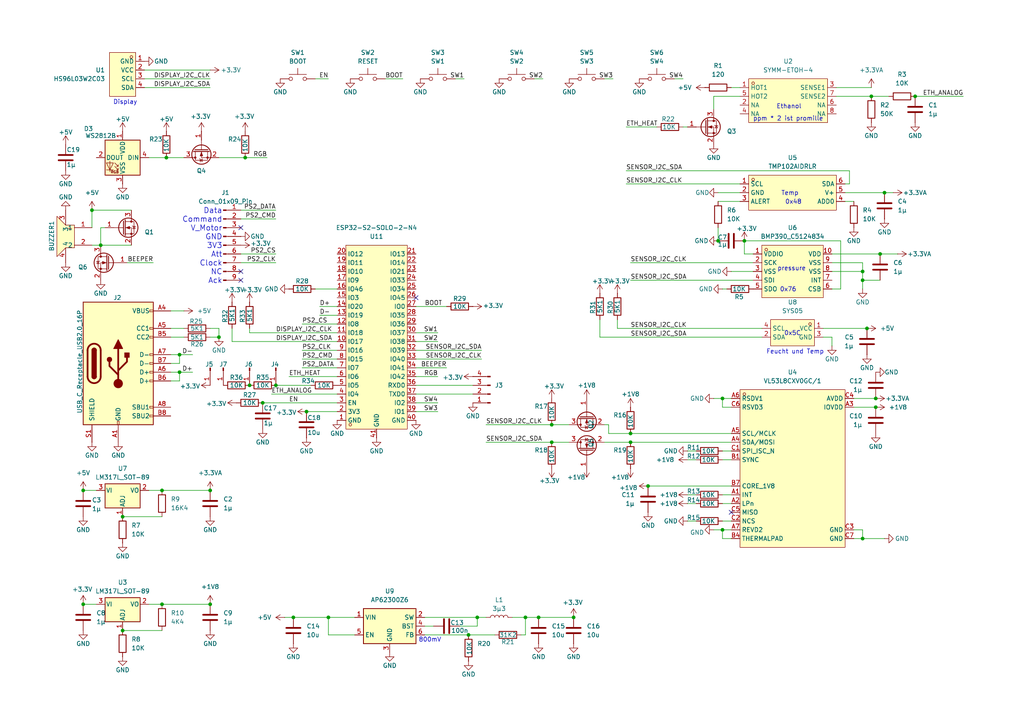
<source format=kicad_sch>
(kicad_sch (version 20250114) (generator "eeschema") (generator_version "9.0")
  (paper "A4")
  (text "Feucht und Temp" (at 230.632 102.108 0) (effects (font (size 1.27 1.27))))
  (text "Data\nCommand\nV_Motor\nGND\n3V3\nAtt\nClock\nNC\nAck" (at 64.516 71.374 0) (effects (font (size 1.5748 1.5748)) (justify right)))
  (text "Display" (at 36.322 29.718 0) (effects (font (size 1.27 1.27))))
  (text "800mV" (at 124.714 185.674 0) (effects (font (size 1.27 1.27))))
  (text "0x76" (at 228.6 84.074 0) (effects (font (size 1.27 1.27))))
  (text "Ethanol" (at 228.854 30.988 0) (effects (font (size 1.27 1.27))))
  (text "pressure" (at 229.616 77.978 0) (effects (font (size 1.27 1.27))))
  (text "Temp" (at 229.108 56.134 0) (effects (font (size 1.27 1.27))))
  (text "0x48" (at 230.124 58.674 0) (effects (font (size 1.27 1.27))))
  (text "0x5C" (at 229.87 96.774 0) (effects (font (size 1.27 1.27))))
  (text "ppm * 2 ist promille" (at 228.6 34.544 0) (effects (font (size 1.27 1.27))))
  (junction (at 166.37 179.07))
  (junction (at 182.88 128.27))
  (junction (at 215.9 69.85))
  (junction (at 250.19 81.28))
  (junction (at 60.96 175.26))
  (junction (at 46.99 142.24))
  (junction (at 52.07 102.87))
  (junction (at 209.55 115.57))
  (junction (at 135.89 184.15))
  (junction (at 265.43 27.94))
  (junction (at 208.28 69.85))
  (junction (at 256.54 55.88))
  (junction (at 88.9 119.38))
  (junction (at 187.96 140.97))
  (junction (at 250.19 156.21))
  (junction (at 152.4 179.07))
  (junction (at 255.27 73.66))
  (junction (at 95.25 179.07))
  (junction (at 72.39 111.76))
  (junction (at 156.21 179.07))
  (junction (at 76.2 116.84))
  (junction (at 80.01 111.76))
  (junction (at 35.56 149.86))
  (junction (at 60.96 142.24))
  (junction (at 252.73 27.94))
  (junction (at 251.46 95.25))
  (junction (at 254 115.57))
  (junction (at 46.99 175.26))
  (junction (at 48.26 45.72))
  (junction (at 250.19 78.74))
  (junction (at 63.5 97.79))
  (junction (at 29.21 71.12))
  (junction (at 24.13 142.24))
  (junction (at 182.88 125.73))
  (junction (at 160.02 128.27))
  (junction (at 85.09 179.07))
  (junction (at 26.67 60.96))
  (junction (at 71.12 45.72))
  (junction (at 254 118.11))
  (junction (at 160.02 123.19))
  (junction (at 24.13 175.26))
  (junction (at 35.56 182.88))
  (junction (at 138.43 179.07))
  (junction (at 52.07 107.95))
  (junction (at 209.55 153.67))
  (no_connect (at 69.85 66.04))
  (no_connect (at 120.65 86.36))
  (no_connect (at 69.85 78.74))
  (no_connect (at 69.85 81.28))
  (no_connect (at 212.09 148.59))
  (wire (pts (xy 241.3 97.79) (xy 241.3 100.33)))
  (wire (pts (xy 209.55 151.13) (xy 212.09 151.13)))
  (wire (pts (xy 254 118.11) (xy 247.65 118.11)))
  (wire (pts (xy 181.61 36.83) (xy 190.5 36.83)))
  (wire (pts (xy 76.2 116.84) (xy 97.79 116.84)))
  (wire (pts (xy 209.55 153.67) (xy 209.55 156.21)))
  (wire (pts (xy 102.87 184.15) (xy 95.25 184.15)))
  (wire (pts (xy 209.55 130.81) (xy 212.09 130.81)))
  (wire (pts (xy 201.93 130.81) (xy 199.39 130.81)))
  (wire (pts (xy 49.53 95.25) (xy 53.34 95.25)))
  (wire (pts (xy 71.12 45.72) (xy 63.5 45.72)))
  (wire (pts (xy 52.07 107.95) (xy 49.53 107.95)))
  (wire (pts (xy 139.7 101.6) (xy 120.65 101.6)))
  (wire (pts (xy 255.27 73.66) (xy 241.3 73.66)))
  (wire (pts (xy 256.54 156.21) (xy 250.19 156.21)))
  (wire (pts (xy 199.39 133.35) (xy 201.93 133.35)))
  (wire (pts (xy 43.18 142.24) (xy 46.99 142.24)))
  (wire (pts (xy 241.3 76.2) (xy 250.19 76.2)))
  (wire (pts (xy 127 99.06) (xy 120.65 99.06)))
  (wire (pts (xy 173.99 92.71) (xy 173.99 97.79)))
  (wire (pts (xy 43.18 45.72) (xy 48.26 45.72)))
  (wire (pts (xy 133.35 181.61) (xy 138.43 181.61)))
  (wire (pts (xy 72.39 95.25) (xy 72.39 96.52)))
  (wire (pts (xy 250.19 78.74) (xy 250.19 81.28)))
  (wire (pts (xy 148.59 179.07) (xy 152.4 179.07)))
  (wire (pts (xy 209.55 133.35) (xy 212.09 133.35)))
  (wire (pts (xy 24.13 142.24) (xy 27.94 142.24)))
  (wire (pts (xy 207.01 27.94) (xy 214.63 27.94)))
  (wire (pts (xy 209.55 156.21) (xy 212.09 156.21)))
  (wire (pts (xy 48.26 45.72) (xy 53.34 45.72)))
  (wire (pts (xy 215.9 73.66) (xy 218.44 73.66)))
  (wire (pts (xy 212.09 78.74) (xy 218.44 78.74)))
  (wire (pts (xy 60.96 95.25) (xy 63.5 95.25)))
  (wire (pts (xy 242.57 25.4) (xy 252.73 25.4)))
  (wire (pts (xy 43.18 175.26) (xy 46.99 175.26)))
  (wire (pts (xy 60.96 22.86) (xy 41.91 22.86)))
  (wire (pts (xy 246.38 49.53) (xy 246.38 53.34)))
  (wire (pts (xy 88.9 119.38) (xy 97.79 119.38)))
  (wire (pts (xy 247.65 58.42) (xy 245.11 58.42)))
  (wire (pts (xy 241.3 97.79) (xy 238.76 97.79)))
  (wire (pts (xy 176.53 125.73) (xy 182.88 125.73)))
  (wire (pts (xy 49.53 105.41) (xy 52.07 105.41)))
  (wire (pts (xy 63.5 95.25) (xy 63.5 97.79)))
  (wire (pts (xy 247.65 153.67) (xy 250.19 153.67)))
  (wire (pts (xy 53.34 90.17) (xy 49.53 90.17)))
  (wire (pts (xy 120.65 114.3) (xy 137.16 114.3)))
  (wire (pts (xy 152.4 179.07) (xy 156.21 179.07)))
  (wire (pts (xy 179.07 92.71) (xy 179.07 95.25)))
  (wire (pts (xy 80.01 73.66) (xy 69.85 73.66)))
  (wire (pts (xy 83.82 109.22) (xy 97.79 109.22)))
  (wire (pts (xy 111.76 22.86) (xy 116.84 22.86)))
  (wire (pts (xy 92.71 88.9) (xy 97.79 88.9)))
  (wire (pts (xy 209.55 118.11) (xy 212.09 118.11)))
  (wire (pts (xy 152.4 184.15) (xy 152.4 179.07)))
  (wire (pts (xy 177.8 22.86) (xy 175.26 22.86)))
  (wire (pts (xy 52.07 107.95) (xy 52.07 110.49)))
  (wire (pts (xy 209.55 115.57) (xy 209.55 118.11)))
  (wire (pts (xy 260.35 73.66) (xy 255.27 73.66)))
  (wire (pts (xy 259.08 55.88) (xy 256.54 55.88)))
  (wire (pts (xy 201.93 151.13) (xy 199.39 151.13)))
  (wire (pts (xy 55.88 107.95) (xy 52.07 107.95)))
  (wire (pts (xy 212.09 25.4) (xy 214.63 25.4)))
  (wire (pts (xy 160.02 123.19) (xy 165.1 123.19)))
  (wire (pts (xy 241.3 78.74) (xy 250.19 78.74)))
  (wire (pts (xy 175.26 128.27) (xy 182.88 128.27)))
  (wire (pts (xy 179.07 95.25) (xy 220.98 95.25)))
  (wire (pts (xy 120.65 106.68) (xy 129.54 106.68)))
  (wire (pts (xy 209.55 143.51) (xy 212.09 143.51)))
  (wire (pts (xy 30.48 66.04) (xy 29.21 66.04)))
  (wire (pts (xy 49.53 110.49) (xy 52.07 110.49)))
  (wire (pts (xy 60.96 97.79) (xy 63.5 97.79)))
  (wire (pts (xy 151.13 184.15) (xy 152.4 184.15)))
  (wire (pts (xy 156.21 179.07) (xy 166.37 179.07)))
  (wire (pts (xy 55.88 102.87) (xy 52.07 102.87)))
  (wire (pts (xy 160.02 128.27) (xy 165.1 128.27)))
  (wire (pts (xy 181.61 53.34) (xy 214.63 53.34)))
  (wire (pts (xy 36.83 76.2) (xy 44.45 76.2)))
  (wire (pts (xy 24.13 175.26) (xy 27.94 175.26)))
  (wire (pts (xy 72.39 96.52) (xy 97.79 96.52)))
  (wire (pts (xy 69.85 60.96) (xy 80.01 60.96)))
  (wire (pts (xy 29.21 66.04) (xy 29.21 71.12)))
  (wire (pts (xy 182.88 81.28) (xy 218.44 81.28)))
  (wire (pts (xy 207.01 115.57) (xy 209.55 115.57)))
  (wire (pts (xy 241.3 83.82) (xy 243.84 83.82)))
  (wire (pts (xy 67.31 95.25) (xy 67.31 99.06)))
  (wire (pts (xy 127 119.38) (xy 120.65 119.38)))
  (wire (pts (xy 207.01 27.94) (xy 207.01 31.75)))
  (wire (pts (xy 187.96 140.97) (xy 212.09 140.97)))
  (wire (pts (xy 209.55 115.57) (xy 212.09 115.57)))
  (wire (pts (xy 176.53 123.19) (xy 176.53 125.73)))
  (wire (pts (xy 41.91 25.4) (xy 60.96 25.4)))
  (wire (pts (xy 127 116.84) (xy 120.65 116.84)))
  (wire (pts (xy 250.19 153.67) (xy 250.19 156.21)))
  (wire (pts (xy 35.56 149.86) (xy 46.99 149.86)))
  (wire (pts (xy 127 96.52) (xy 120.65 96.52)))
  (wire (pts (xy 67.31 99.06) (xy 97.79 99.06)))
  (wire (pts (xy 95.25 179.07) (xy 102.87 179.07)))
  (wire (pts (xy 138.43 179.07) (xy 140.97 179.07)))
  (wire (pts (xy 207.01 153.67) (xy 209.55 153.67)))
  (wire (pts (xy 80.01 63.5) (xy 69.85 63.5)))
  (wire (pts (xy 120.65 111.76) (xy 137.16 111.76)))
  (wire (pts (xy 209.55 146.05) (xy 212.09 146.05)))
  (wire (pts (xy 215.9 69.85) (xy 243.84 69.85)))
  (wire (pts (xy 245.11 53.34) (xy 246.38 53.34)))
  (wire (pts (xy 139.7 104.14) (xy 120.65 104.14)))
  (wire (pts (xy 91.44 22.86) (xy 95.25 22.86)))
  (wire (pts (xy 85.09 179.07) (xy 95.25 179.07)))
  (wire (pts (xy 29.21 71.12) (xy 38.1 71.12)))
  (wire (pts (xy 26.67 60.96) (xy 26.67 66.04)))
  (wire (pts (xy 182.88 125.73) (xy 212.09 125.73)))
  (wire (pts (xy 78.74 114.3) (xy 97.79 114.3)))
  (wire (pts (xy 140.97 128.27) (xy 160.02 128.27)))
  (wire (pts (xy 29.21 71.12) (xy 26.67 71.12)))
  (wire (pts (xy 140.97 123.19) (xy 160.02 123.19)))
  (wire (pts (xy 127 109.22) (xy 120.65 109.22)))
  (wire (pts (xy 138.43 179.07) (xy 138.43 181.61)))
  (wire (pts (xy 215.9 69.85) (xy 215.9 73.66)))
  (wire (pts (xy 49.53 97.79) (xy 53.34 97.79)))
  (wire (pts (xy 134.62 22.86) (xy 132.08 22.86)))
  (wire (pts (xy 91.44 83.82) (xy 97.79 83.82)))
  (wire (pts (xy 243.84 69.85) (xy 243.84 83.82)))
  (wire (pts (xy 252.73 27.94) (xy 257.81 27.94)))
  (wire (pts (xy 125.73 181.61) (xy 123.19 181.61)))
  (wire (pts (xy 242.57 27.94) (xy 252.73 27.94)))
  (wire (pts (xy 157.48 22.86) (xy 154.94 22.86)))
  (wire (pts (xy 210.82 83.82) (xy 209.55 83.82)))
  (wire (pts (xy 135.89 184.15) (xy 123.19 184.15)))
  (wire (pts (xy 208.28 66.04) (xy 208.28 69.85)))
  (wire (pts (xy 82.55 179.07) (xy 85.09 179.07)))
  (wire (pts (xy 87.63 106.68) (xy 97.79 106.68)))
  (wire (pts (xy 87.63 101.6) (xy 97.79 101.6)))
  (wire (pts (xy 198.12 22.86) (xy 195.58 22.86)))
  (wire (pts (xy 181.61 49.53) (xy 246.38 49.53)))
  (wire (pts (xy 92.71 91.44) (xy 97.79 91.44)))
  (wire (pts (xy 120.65 88.9) (xy 129.54 88.9)))
  (wire (pts (xy 175.26 123.19) (xy 176.53 123.19)))
  (wire (pts (xy 52.07 102.87) (xy 52.07 105.41)))
  (wire (pts (xy 80.01 111.76) (xy 90.17 111.76)))
  (wire (pts (xy 35.56 182.88) (xy 46.99 182.88)))
  (wire (pts (xy 52.07 102.87) (xy 49.53 102.87)))
  (wire (pts (xy 173.99 97.79) (xy 220.98 97.79)))
  (wire (pts (xy 254 115.57) (xy 247.65 115.57)))
  (wire (pts (xy 250.19 81.28) (xy 255.27 81.28)))
  (wire (pts (xy 26.67 60.96) (xy 38.1 60.96)))
  (wire (pts (xy 87.63 104.14) (xy 97.79 104.14)))
  (wire (pts (xy 46.99 175.26) (xy 60.96 175.26)))
  (wire (pts (xy 87.63 93.98) (xy 97.79 93.98)))
  (wire (pts (xy 80.01 76.2) (xy 69.85 76.2)))
  (wire (pts (xy 279.4 27.94) (xy 265.43 27.94)))
  (wire (pts (xy 182.88 76.2) (xy 218.44 76.2)))
  (wire (pts (xy 199.39 146.05) (xy 201.93 146.05)))
  (wire (pts (xy 199.39 143.51) (xy 201.93 143.51)))
  (wire (pts (xy 60.96 20.32) (xy 41.91 20.32)))
  (wire (pts (xy 208.28 58.42) (xy 214.63 58.42)))
  (wire (pts (xy 250.19 81.28) (xy 250.19 83.82)))
  (wire (pts (xy 250.19 76.2) (xy 250.19 78.74)))
  (wire (pts (xy 60.96 142.24) (xy 46.99 142.24)))
  (wire (pts (xy 198.12 36.83) (xy 199.39 36.83)))
  (wire (pts (xy 245.11 55.88) (xy 256.54 55.88)))
  (wire (pts (xy 251.46 95.25) (xy 238.76 95.25)))
  (wire (pts (xy 95.25 184.15) (xy 95.25 179.07)))
  (wire (pts (xy 77.47 45.72) (xy 71.12 45.72)))
  (wire (pts (xy 135.89 184.15) (xy 143.51 184.15)))
  (wire (pts (xy 182.88 128.27) (xy 212.09 128.27)))
  (wire (pts (xy 209.55 153.67) (xy 212.09 153.67)))
  (wire (pts (xy 208.28 55.88) (xy 214.63 55.88)))
  (wire (pts (xy 123.19 179.07) (xy 138.43 179.07)))
  (wire (pts (xy 250.19 156.21) (xy 247.65 156.21)))
  (label "PS2_CS" (at 87.63 93.98 0))
  (label "DISPLAY_I2C_CLK" (at 80.01 96.52 0))
  (label "SENSOR_I2C_CLK" (at 140.97 123.19 0))
  (label "BEEPER" (at 129.54 106.68 180))
  (label "DISPLAY_I2C_SDA" (at 80.01 99.06 0))
  (label "SENSOR_I2C_CLK" (at 182.88 95.25 0))
  (label "D+" (at 92.71 88.9 0))
  (label "D-" (at 55.88 102.87 180))
  (label "EN" (at 95.25 22.86 180))
  (label "ETH_HEAT" (at 83.82 109.22 0))
  (label "BOOT" (at 116.84 22.86 180))
  (label "SW3" (at 127 119.38 180))
  (label "ETH_HEAT" (at 181.61 36.83 0))
  (label "SW4" (at 198.12 22.86 180))
  (label "SW2" (at 157.48 22.86 180))
  (label "SW2" (at 127 99.06 180))
  (label "SENSOR_I2C_SDA" (at 182.88 81.28 0))
  (label "SENSOR_I2C_CLK" (at 182.88 76.2 0))
  (label "DISPLAY_I2C_SDA" (at 60.96 25.4 180))
  (label "PS2_CMD" (at 87.63 104.14 0))
  (label "PS2_CMD" (at 80.01 63.5 180))
  (label "D-" (at 92.71 91.44 0))
  (label "PS2_DATA" (at 80.01 60.96 180))
  (label "SENSOR_I2C_SDA" (at 139.7 101.6 180))
  (label "SW4" (at 127 116.84 180))
  (label "DISPLAY_I2C_CLK" (at 60.96 22.86 180))
  (label "PS2_CLK" (at 80.01 76.2 180))
  (label "BOOT" (at 128.27 88.9 180))
  (label "D+" (at 55.88 107.95 180))
  (label "PS2_DATA" (at 87.63 106.68 0))
  (label "ETH_ANALOG" (at 78.74 114.3 0))
  (label "PS2_CLK" (at 87.63 101.6 0))
  (label "RGB" (at 77.47 45.72 180))
  (label "SW3" (at 177.8 22.86 180))
  (label "SW1" (at 127 96.52 180))
  (label "SENSOR_I2C_CLK" (at 139.7 104.14 180))
  (label "SENSOR_I2C_SDA" (at 140.97 128.27 0))
  (label "BEEPER" (at 44.45 76.2 180))
  (label "SW1" (at 134.62 22.86 180))
  (label "SENSOR_I2C_SDA" (at 181.61 49.53 0))
  (label "SENSOR_I2C_CLK" (at 181.61 53.34 0))
  (label "SENSOR_I2C_SDA" (at 182.88 97.79 0))
  (label "EN" (at 83.82 116.84 0))
  (label "PS2_CS" (at 80.01 73.66 180))
  (label "ETH_ANALOG" (at 279.4 27.94 180))
  (label "RGB" (at 127 109.22 180))
  (symbol (lib_id "Device:C") (at 212.09 69.85 90) (unit 1)
    (property "Reference" "C7" (at 209.55 68.834 90))
    (property "Value" "1µ" (at 209.55 70.866 90))
    (property "Footprint" "Capacitor_SMD:C_0603_1608Metric" (effects (hide yes)))
    (property "Description" "Unpolarized capacitor" (effects (hide yes)))
    (property "LCSC Part" "C6119849" (effects (hide yes)))
  )
  (symbol (lib_id "power:+1V8") (at 60.96 175.26 0) (unit 1)
    (property "Reference" "#PWR026" (effects (hide yes)))
    (property "Value" "+1V8" (at 60.96 170.18 0))
    (property "Description" "Power symbol creates a global label with name \"+1V8\"" (effects (hide yes)))
  )
  (symbol (lib_id "power:+5V") (at 26.67 60.96 0) (unit 1)
    (property "Reference" "#PWR053" (effects (hide yes)))
    (property "Value" "+5V" (at 26.67 55.88 0))
    (property "Description" "Power symbol creates a global label with name \"+5V\"" (effects (hide yes)))
  )
  (symbol (lib_id "Device:L") (at 144.78 179.07 90) (unit 1)
    (property "Reference" "L1" (at 144.78 173.99 90))
    (property "Value" "3µ3" (at 144.78 176.53 90))
    (property "Footprint" "Inductor_SMD:L_1210_3225Metric" (effects (hide yes)))
    (property "Description" "Inductor" (effects (hide yes)))
    (property "LCSC Part" "C39846655" (effects (hide yes)))
  )
  (symbol (lib_id "power:GND") (at 76.2 124.46 0) (unit 1)
    (property "Reference" "#PWR071" (effects (hide yes)))
    (property "Value" "GND" (at 76.2 128.27 0))
    (property "Description" "Power symbol creates a global label with name \"GND\" , ground" (effects (hide yes)))
  )
  (symbol (lib_id "power:+1V8") (at 254 118.11 270) (unit 1)
    (property "Reference" "#PWR030" (effects (hide yes)))
    (property "Value" "+1V8" (at 257.81 118.1099 90) (effects (justify left)))
    (property "Description" "Power symbol creates a global label with name \"+1V8\"" (effects (hide yes)))
  )
  (symbol (lib_id "Transistor_FET_Other:Q_NMOS_Depletion_GSD") (at 31.75 76.2 0) (mirror y) (unit 1)
    (property "Reference" "Q6" (at 25.4 77.4701 0) (effects (justify left)))
    (property "Value" "Q_NMOS_Depletion_GSD" (effects (hide yes)))
    (property "Footprint" "Package_TO_SOT_SMD:SOT-23-3" (effects (hide yes)))
    (property "Description" "Depletion-mode N-channel MOSFET gate/source/drain" (effects (hide yes)))
    (property "LCSC Part" "C347475" (effects (hide yes)))
  )
  (symbol (lib_id "Regulator_Linear:LM317L_SOT-89") (at 35.56 175.26 0) (unit 1)
    (property "Reference" "U3" (at 35.56 168.91 0))
    (property "Value" "LM317L_SOT-89" (at 35.56 171.45 0))
    (property "Footprint" "Package_TO_SOT_SMD:SOT-89-3" (effects (hide yes)))
    (property "Datasheet" "http://www.ti.com/lit/ds/symlink/lm317l.pdf" (effects (hide yes)))
    (property "Description" "100mA 35V Adjustable Linear Regulator, SOT-89" (effects (hide yes)))
    (property "LCSC Part" "C45953613" (effects (hide yes)))
  )
  (symbol (lib_id "Device:R") (at 35.56 153.67 180) (unit 1)
    (property "Reference" "R7" (at 38.1 152.3999 0) (effects (justify right)))
    (property "Value" "10K" (at 38.1 154.9399 0) (effects (justify right)))
    (property "Footprint" "Resistor_SMD:R_0402_1005Metric" (effects (hide yes)))
    (property "Description" "Resistor" (effects (hide yes)))
    (property "LCSC Part" "C3017497" (effects (hide yes)))
  )
  (symbol (lib_id "power:+3.3VA") (at 72.39 87.63 0) (unit 1)
    (property "Reference" "#PWR095" (effects (hide yes)))
    (property "Value" "+3.3V" (at 70.104 84.074 0) (effects (justify left)))
    (property "Description" "Power symbol creates a global label with name \"+3.3VA\"" (effects (hide yes)))
  )
  (symbol (lib_id "power:GND") (at 26.67 128.27 0) (unit 1)
    (property "Reference" "#PWR054" (effects (hide yes)))
    (property "Value" "GND" (at 26.67 132.08 0))
    (property "Description" "Power symbol creates a global label with name \"GND\" , ground" (effects (hide yes)))
  )
  (symbol (lib_id "Device:R") (at 194.31 36.83 270) (unit 1)
    (property "Reference" "R22" (at 193.802 34.544 90))
    (property "Value" "10K" (at 194.056 36.83 90))
    (property "Footprint" "Resistor_SMD:R_0402_1005Metric" (effects (hide yes)))
    (property "Description" "Resistor" (effects (hide yes)))
    (property "LCSC Part" "C3017497" (effects (hide yes)))
  )
  (symbol (lib_id "power:GND") (at 121.92 22.86 0) (mirror y) (unit 1)
    (property "Reference" "#PWR083" (effects (hide yes)))
    (property "Value" "GND" (at 121.92 26.67 0))
    (property "Description" "Power symbol creates a global label with name \"GND\" , ground" (effects (hide yes)))
  )
  (symbol (lib_id "power:+3.3VA") (at 173.99 85.09 0) (unit 1)
    (property "Reference" "#PWR092" (effects (hide yes)))
    (property "Value" "+3.3V" (at 171.704 81.534 0) (effects (justify left)))
    (property "Description" "Power symbol creates a global label with name \"+3.3VA\"" (effects (hide yes)))
  )
  (symbol (lib_id "power:GND") (at 24.13 182.88 0) (unit 1)
    (property "Reference" "#PWR025" (effects (hide yes)))
    (property "Value" "GND" (at 24.13 186.69 0))
    (property "Description" "Power symbol creates a global label with name \"GND\" , ground" (effects (hide yes)))
  )
  (symbol (lib_id "EASYEDA2KICAD:SYS05") (at 229.87 96.52 0) (mirror y) (unit 1)
    (property "Reference" "U8" (at 229.87 87.63 0))
    (property "Value" "SYS05" (at 229.87 90.17 0))
    (property "Footprint" "easyeda2kicad:SIP-4_L12.0-W5.5-P2.54-L" (effects (hide yes)))
    (property "LCSC Part" "C19727297" (effects (hide yes)))
  )
  (symbol (lib_id "power:+1V8") (at 182.88 135.89 180) (unit 1)
    (property "Reference" "#PWR045" (effects (hide yes)))
    (property "Value" "+1V8" (at 179.832 138.43 0))
    (property "Description" "Power symbol creates a global label with name \"+1V8\"" (effects (hide yes)))
  )
  (symbol (lib_id "power:GND") (at 254 107.95 90) (mirror x) (unit 1)
    (property "Reference" "#PWR043" (effects (hide yes)))
    (property "Value" "GND" (at 258.572 107.95 90))
    (property "Description" "Power symbol creates a global label with name \"GND\" , ground" (effects (hide yes)))
  )
  (symbol (lib_id "Device:R") (at 35.56 186.69 180) (unit 1)
    (property "Reference" "R8" (at 38.1 185.4199 0) (effects (justify right)))
    (property "Value" "10K" (at 38.1 187.9599 0) (effects (justify right)))
    (property "Footprint" "Resistor_SMD:R_0402_1005Metric" (effects (hide yes)))
    (property "Description" "Resistor" (effects (hide yes)))
    (property "LCSC Part" "C3017497" (effects (hide yes)))
  )
  (symbol (lib_id "Device:R") (at 46.99 146.05 180) (unit 1)
    (property "Reference" "R9" (at 49.53 144.7799 0) (effects (justify right)))
    (property "Value" "16K4" (at 49.53 147.3199 0) (effects (justify right)))
    (property "Footprint" "Resistor_SMD:R_0402_1005Metric" (effects (hide yes)))
    (property "Description" "Resistor" (effects (hide yes)))
    (property "LCSC Part" "C852558" (effects (hide yes)))
  )
  (symbol (lib_id "Device:R") (at 72.39 91.44 180) (unit 1)
    (property "Reference" "R33" (at 70.358 91.694 90))
    (property "Value" "5K1" (at 72.39 91.44 90))
    (property "Footprint" "Resistor_SMD:R_0402_1005Metric" (effects (hide yes)))
    (property "Description" "Resistor" (effects (hide yes)))
    (property "LCSC Part" "C2906948" (effects (hide yes)))
  )
  (symbol (lib_id "power:+5V") (at 53.34 90.17 270) (unit 1)
    (property "Reference" "#PWR064" (effects (hide yes)))
    (property "Value" "+5V" (at 57.15 90.1699 90) (effects (justify left)))
    (property "Description" "Power symbol creates a global label with name \"+5V\"" (effects (hide yes)))
  )
  (symbol (lib_id "Device:R") (at 205.74 143.51 90) (unit 1)
    (property "Reference" "R13" (at 201.168 142.494 90))
    (property "Value" "10K" (at 205.486 143.51 90))
    (property "Footprint" "Resistor_SMD:R_0402_1005Metric" (effects (hide yes)))
    (property "Description" "Resistor" (effects (hide yes)))
    (property "LCSC Part" "C3017497" (effects (hide yes)))
  )
  (symbol (lib_id "Device:C") (at 60.96 146.05 0) (unit 1)
    (property "Reference" "C2" (at 64.77 144.7799 0) (effects (justify left)))
    (property "Value" "1µ" (at 64.77 147.3199 0) (effects (justify left)))
    (property "Footprint" "Capacitor_SMD:C_0603_1608Metric" (effects (hide yes)))
    (property "Description" "Unpolarized capacitor" (effects (hide yes)))
    (property "LCSC Part" "C6119849" (effects (hide yes)))
  )
  (symbol (lib_id "Device:R") (at 72.39 116.84 270) (unit 1)
    (property "Reference" "R27" (at 72.39 114.554 90))
    (property "Value" "10K" (at 72.39 116.84 90))
    (property "Footprint" "Resistor_SMD:R_0402_1005Metric" (effects (hide yes)))
    (property "Description" "Resistor" (effects (hide yes)))
    (property "LCSC Part" "C3017497" (effects (hide yes)))
  )
  (symbol (lib_id "power:GND") (at 60.96 149.86 0) (unit 1)
    (property "Reference" "#PWR010" (effects (hide yes)))
    (property "Value" "GND" (at 60.96 153.67 0))
    (property "Description" "Power symbol creates a global label with name \"GND\" , ground" (effects (hide yes)))
  )
  (symbol (lib_id "power:GND") (at 120.65 121.92 0) (unit 1)
    (property "Reference" "#PWR080" (effects (hide yes)))
    (property "Value" "GND" (at 120.65 125.73 0))
    (property "Description" "Power symbol creates a global label with name \"GND\" , ground" (effects (hide yes)))
  )
  (symbol (lib_id "power:GND") (at 207.01 115.57 270) (unit 1)
    (property "Reference" "#PWR033" (effects (hide yes)))
    (property "Value" "GND" (at 202.184 115.57 90))
    (property "Description" "Power symbol creates a global label with name \"GND\" , ground" (effects (hide yes)))
  )
  (symbol (lib_id "power:GND") (at 24.13 149.86 0) (unit 1)
    (property "Reference" "#PWR08" (effects (hide yes)))
    (property "Value" "GND" (at 24.13 153.67 0))
    (property "Description" "Power symbol creates a global label with name \"GND\" , ground" (effects (hide yes)))
  )
  (symbol (lib_id "Device:R") (at 147.32 184.15 90) (unit 1)
    (property "Reference" "R21" (at 147.32 186.182 90))
    (property "Value" "31K2" (at 147.32 184.15 90))
    (property "Footprint" "Resistor_SMD:R_0402_1005Metric" (effects (hide yes)))
    (property "Description" "Resistor" (effects (hide yes)))
    (property "LCSC Part" "C2088574" (effects (hide yes)))
  )
  (symbol (lib_id "power:GND") (at 241.3 100.33 0) (mirror y) (unit 1)
    (property "Reference" "#PWR019" (effects (hide yes)))
    (property "Value" "GND" (at 241.3 104.14 0))
    (property "Description" "Power symbol creates a global label with name \"GND\" , ground" (effects (hide yes)))
  )
  (symbol (lib_id "power:+3.3VA") (at 60.96 142.24 0) (unit 1)
    (property "Reference" "#PWR06" (effects (hide yes)))
    (property "Value" "+3.3VA" (at 60.96 137.16 0))
    (property "Description" "Power symbol creates a global label with name \"+3.3VA\"" (effects (hide yes)))
  )
  (symbol (lib_id "Device:R") (at 173.99 88.9 180) (unit 1)
    (property "Reference" "R31" (at 171.958 89.154 90))
    (property "Value" "5K1" (at 173.99 88.9 90))
    (property "Footprint" "Resistor_SMD:R_0402_1005Metric" (effects (hide yes)))
    (property "Description" "Resistor" (effects (hide yes)))
    (property "LCSC Part" "C2906948" (effects (hide yes)))
  )
  (symbol (lib_id "power:GND") (at 34.29 128.27 0) (unit 1)
    (property "Reference" "#PWR055" (effects (hide yes)))
    (property "Value" "GND" (at 34.29 132.08 0))
    (property "Description" "Power symbol creates a global label with name \"GND\" , ground" (effects (hide yes)))
  )
  (symbol (lib_id "power:+1V8") (at 199.39 143.51 90) (unit 1)
    (property "Reference" "#PWR039" (effects (hide yes)))
    (property "Value" "+1V8" (at 196.596 143.51 90) (effects (justify left)))
    (property "Description" "Power symbol creates a global label with name \"+1V8\"" (effects (hide yes)))
  )
  (symbol (lib_id "power:GND") (at 256.54 63.5 0) (unit 1)
    (property "Reference" "#PWR015" (effects (hide yes)))
    (property "Value" "GND" (at 256.54 67.31 0))
    (property "Description" "Power symbol creates a global label with name \"GND\" , ground" (effects (hide yes)))
  )
  (symbol (lib_id "power:GND") (at 256.54 156.21 90) (mirror x) (unit 1)
    (property "Reference" "#PWR031" (effects (hide yes)))
    (property "Value" "GND" (at 261.62 156.21 90))
    (property "Description" "Power symbol creates a global label with name \"GND\" , ground" (effects (hide yes)))
  )
  (symbol (lib_id "Transistor_FET_Other:Q_NMOS_Depletion_GSD") (at 58.42 43.18 90) (mirror x) (unit 1)
    (property "Reference" "Q4" (at 58.42 49.53 90))
    (property "Value" "Q_NMOS_Depletion_GSD" (effects (hide yes)))
    (property "Footprint" "Package_TO_SOT_SMD:SOT-23-3" (effects (hide yes)))
    (property "Description" "Depletion-mode N-channel MOSFET gate/source/drain" (effects (hide yes)))
    (property "LCSC Part" "C347475" (effects (hide yes)))
  )
  (symbol (lib_id "power:+5V") (at 82.55 179.07 90) (unit 1)
    (property "Reference" "#PWR058" (effects (hide yes)))
    (property "Value" "+5V" (at 78.74 179.0699 90) (effects (justify left)))
    (property "Description" "Power symbol creates a global label with name \"+5V\"" (effects (hide yes)))
  )
  (symbol (lib_id "power:GND") (at 207.01 41.91 0) (unit 1)
    (property "Reference" "#PWR02" (effects (hide yes)))
    (property "Value" "GND" (at 207.01 45.72 0))
    (property "Description" "Power symbol creates a global label with name \"GND\" , ground" (effects (hide yes)))
  )
  (symbol (lib_id "Device:R") (at 205.74 130.81 90) (unit 1)
    (property "Reference" "R11" (at 201.168 129.794 90))
    (property "Value" "10K" (at 205.486 130.81 90))
    (property "Footprint" "Resistor_SMD:R_0402_1005Metric" (effects (hide yes)))
    (property "Description" "Resistor" (effects (hide yes)))
    (property "LCSC Part" "C3017497" (effects (hide yes)))
  )
  (symbol (lib_id "power:GND") (at 212.09 78.74 270) (unit 1)
    (property "Reference" "#PWR022" (effects (hide yes)))
    (property "Value" "GND" (at 207.264 78.74 90))
    (property "Description" "Power symbol creates a global label with name \"GND\" , ground" (effects (hide yes)))
  )
  (symbol (lib_id "power:+3.3VA") (at 67.31 87.63 0) (unit 1)
    (property "Reference" "#PWR094" (effects (hide yes)))
    (property "Value" "+3.3V" (at 65.024 84.074 0) (effects (justify left)))
    (property "Description" "Power symbol creates a global label with name \"+3.3VA\"" (effects (hide yes)))
  )
  (symbol (lib_id "power:+3.3VA") (at 60.96 20.32 270) (unit 1)
    (property "Reference" "#PWR051" (effects (hide yes)))
    (property "Value" "+3.3V" (at 64.008 20.32 90) (effects (justify left)))
    (property "Description" "Power symbol creates a global label with name \"+3.3VA\"" (effects (hide yes)))
  )
  (symbol (lib_id "power:GND") (at 207.01 153.67 270) (unit 1)
    (property "Reference" "#PWR034" (effects (hide yes)))
    (property "Value" "GND" (at 202.184 154.432 90))
    (property "Description" "Power symbol creates a global label with name \"GND\" , ground" (effects (hide yes)))
  )
  (symbol (lib_id "EASYEDA2KICAD:HS96L03W2C03") (at 35.56 21.59 0) (mirror y) (unit 1)
    (property "Reference" "U1" (at 30.48 20.3199 0) (effects (justify left)))
    (property "Value" "HS96L03W2C03" (at 30.48 22.8599 0) (effects (justify left)))
    (property "Footprint" "easyeda2kicad:OLED-TH_L27.8-W27.2-P2.54_C9900033791" (effects (hide yes)))
    (property "LCSC Part" "C5248080" (effects (hide yes)))
  )
  (symbol (lib_id "Device:C") (at 265.43 31.75 0) (unit 1)
    (property "Reference" "C1" (at 269.24 30.4799 0) (effects (justify left)))
    (property "Value" "1µ" (at 269.24 33.0199 0) (effects (justify left)))
    (property "Footprint" "Capacitor_SMD:C_0603_1608Metric" (effects (hide yes)))
    (property "Description" "Unpolarized capacitor" (effects (hide yes)))
    (property "LCSC Part" "C6119849" (effects (hide yes)))
  )
  (symbol (lib_id "Connector:Conn_01x01_Pin") (at 80.01 106.68 270) (unit 1)
    (property "Reference" "J4" (at 79.756 105.664 90))
    (property "Value" "Conn_01x01_Pin" (effects (hide yes)))
    (property "Footprint" "Connector_PinHeader_2.54mm:PinHeader_1x01_P2.54mm_Vertical" (effects (hide yes)))
    (property "Description" "Generic connector, single row, 01x01, script generated" (effects (hide yes)))
  )
  (symbol (lib_id "power:+3.3VA") (at 215.9 69.85 0) (unit 1)
    (property "Reference" "#PWR050" (effects (hide yes)))
    (property "Value" "+3.3V" (at 213.614 66.294 0) (effects (justify left)))
    (property "Description" "Power symbol creates a global label with name \"+3.3VA\"" (effects (hide yes)))
  )
  (symbol (lib_id "power:GND") (at 19.05 76.2 0) (unit 1)
    (property "Reference" "#PWR088" (effects (hide yes)))
    (property "Value" "GND" (at 19.05 80.01 0))
    (property "Description" "Power symbol creates a global label with name \"GND\" , ground" (effects (hide yes)))
  )
  (symbol (lib_id "power:GND") (at 63.5 97.79 0) (unit 1)
    (property "Reference" "#PWR070" (effects (hide yes)))
    (property "Value" "GND" (at 63.5 101.6 0))
    (property "Description" "Power symbol creates a global label with name \"GND\" , ground" (effects (hide yes)))
  )
  (symbol (lib_id "power:GND") (at 19.05 49.53 0) (mirror y) (unit 1)
    (property "Reference" "#PWR091" (effects (hide yes)))
    (property "Value" "GND" (at 19.05 53.34 0))
    (property "Description" "Power symbol creates a global label with name \"GND\" , ground" (effects (hide yes)))
  )
  (symbol (lib_id "power:+3.3VA") (at 160.02 115.57 0) (unit 1)
    (property "Reference" "#PWR048" (effects (hide yes)))
    (property "Value" "+3.3V" (at 157.734 112.014 0) (effects (justify left)))
    (property "Description" "Power symbol creates a global label with name \"+3.3VA\"" (effects (hide yes)))
  )
  (symbol (lib_id "power:+3.3VA") (at 260.35 73.66 270) (unit 1)
    (property "Reference" "#PWR020" (effects (hide yes)))
    (property "Value" "+3.3VA" (at 263.144 73.66 90) (effects (justify left)))
    (property "Description" "Power symbol creates a global label with name \"+3.3VA\"" (effects (hide yes)))
  )
  (symbol (lib_id "Device:R") (at 182.88 132.08 180) (unit 1)
    (property "Reference" "R19" (at 179.832 130.556 0))
    (property "Value" "10K" (at 182.88 132.334 90))
    (property "Footprint" "Resistor_SMD:R_0402_1005Metric" (effects (hide yes)))
    (property "Description" "Resistor" (effects (hide yes)))
    (property "LCSC Part" "C3017497" (effects (hide yes)))
  )
  (symbol (lib_id "Device:C") (at 85.09 182.88 0) (unit 1)
    (property "Reference" "C14" (at 88.9 181.6099 0) (effects (justify left)))
    (property "Value" "10u" (at 88.9 184.1499 0) (effects (justify left)))
    (property "Footprint" "Capacitor_SMD:C_0603_1608Metric" (effects (hide yes)))
    (property "Description" "Unpolarized capacitor" (effects (hide yes)))
    (property "LCSC Part" "C6119842" (effects (hide yes)))
  )
  (symbol (lib_id "power:+3.3VA") (at 88.9 119.38 90) (unit 1)
    (property "Reference" "#PWR074" (effects (hide yes)))
    (property "Value" "+3.3V" (at 83.058 119.634 90))
    (property "Description" "Power symbol creates a global label with name \"+3.3VA\"" (effects (hide yes)))
  )
  (symbol (lib_id "Device:R") (at 57.15 97.79 270) (unit 1)
    (property "Reference" "R26" (at 57.15 99.822 90))
    (property "Value" "5K1" (at 57.15 97.79 90))
    (property "Footprint" "Resistor_SMD:R_0402_1005Metric" (effects (hide yes)))
    (property "Description" "Resistor" (effects (hide yes)))
    (property "LCSC Part" "C2906948" (effects (hide yes)))
  )
  (symbol (lib_id "power:+3.3VA") (at 254 115.57 270) (unit 1)
    (property "Reference" "#PWR042" (effects (hide yes)))
    (property "Value" "+3.3VA" (at 256.794 115.57 90) (effects (justify left)))
    (property "Description" "Power symbol creates a global label with name \"+3.3VA\"" (effects (hide yes)))
  )
  (symbol (lib_id "power:GND") (at 254 125.73 0) (mirror y) (unit 1)
    (property "Reference" "#PWR037" (effects (hide yes)))
    (property "Value" "GND" (at 254 129.54 0))
    (property "Description" "Power symbol creates a global label with name \"GND\" , ground" (effects (hide yes)))
  )
  (symbol (lib_id "Transistor_FET_Other:Q_NMOS_Depletion_GSD") (at 170.18 120.65 90) (mirror x) (unit 1)
    (property "Reference" "Q5" (at 171.4501 127 0) (effects (justify left)))
    (property "Value" "Q_NMOS_Depletion_GSD" (effects (hide yes)))
    (property "Footprint" "Package_TO_SOT_SMD:SOT-23-3" (effects (hide yes)))
    (property "Description" "Depletion-mode N-channel MOSFET gate/source/drain" (effects (hide yes)))
    (property "LCSC Part" "C347475" (effects (hide yes)))
  )
  (symbol (lib_id "Device:R") (at 135.89 187.96 180) (unit 1)
    (property "Reference" "R20" (at 138.43 186.6899 0) (effects (justify right)))
    (property "Value" "10K" (at 136.144 189.992 90) (effects (justify right)))
    (property "Footprint" "Resistor_SMD:R_0402_1005Metric" (effects (hide yes)))
    (property "Description" "Resistor" (effects (hide yes)))
    (property "LCSC Part" "C3017497" (effects (hide yes)))
  )
  (symbol (lib_id "power:GND") (at 165.1 22.86 0) (mirror y) (unit 1)
    (property "Reference" "#PWR085" (effects (hide yes)))
    (property "Value" "GND" (at 165.1 26.67 0))
    (property "Description" "Power symbol creates a global label with name \"GND\" , ground" (effects (hide yes)))
  )
  (symbol (lib_id "power:GND") (at 85.09 186.69 0) (unit 1)
    (property "Reference" "#PWR061" (effects (hide yes)))
    (property "Value" "GND" (at 85.09 190.5 0))
    (property "Description" "Power symbol creates a global label with name \"GND\" , ground" (effects (hide yes)))
  )
  (symbol (lib_id "power:+3.3VA") (at 24.13 175.26 0) (unit 1)
    (property "Reference" "#PWR09" (effects (hide yes)))
    (property "Value" "+3.3V" (at 23.876 170.942 0))
    (property "Description" "Power symbol creates a global label with name \"+3.3VA\"" (effects (hide yes)))
  )
  (symbol (lib_id "Connector:USB_C_Receptacle_USB2.0_16P") (at 34.29 105.41 0) (unit 1)
    (property "Reference" "J2" (at 34.036 86.36 0))
    (property "Value" "USB_C_Receptacle_USB2.0_16P" (at 23.114 104.902 90))
    (property "Footprint" "Connector_USB:USB_C_Receptacle_GCT_USB4105-xx-A_16P_TopMnt_Horizontal" (effects (hide yes)))
    (property "Datasheet" "https://www.usb.org/sites/default/files/documents/usb_type-c.zip" (effects (hide yes)))
    (property "Description" "USB 2.0-only 16P Type-C Receptacle connector" (effects (hide yes)))
    (property "LCSC Part" "C2927038" (effects (hide yes)))
  )
  (symbol (lib_id "EASYEDA2KICAD:TMP102AIDRLR") (at 229.87 55.88 0) (unit 1)
    (property "Reference" "U5" (at 229.87 45.72 0))
    (property "Value" "TMP102AIDRLR" (at 229.87 48.26 0))
    (property "Footprint" "easyeda2kicad:SOT-563_L1.6-W1.2-P0.50-LS1.6-BR" (effects (hide yes)))
    (property "Datasheet" "https://lcsc.com/product-detail/Temperature-Sensors_TI_TMP102AIDRLR_TMP102AIDRLR_C99269.html" (effects (hide yes)))
    (property "LCSC Part" "C99269" (effects (hide yes)))
  )
  (symbol (lib_id "power:+3.3VA") (at 58.42 38.1 0) (unit 1)
    (property "Reference" "#PWR068" (effects (hide yes)))
    (property "Value" "+3.3V" (at 58.166 33.782 0))
    (property "Description" "Power symbol creates a global label with name \"+3.3VA\"" (effects (hide yes)))
  )
  (symbol (lib_id "power:GND") (at 185.42 22.86 0) (mirror y) (unit 1)
    (property "Reference" "#PWR086" (effects (hide yes)))
    (property "Value" "GND" (at 185.42 26.67 0))
    (property "Description" "Power symbol creates a global label with name \"GND\" , ground" (effects (hide yes)))
  )
  (symbol (lib_id "Connector:Conn_01x09_Pin") (at 64.77 71.12 0) (unit 1) (on_board no)
    (property "Reference" "J1" (at 65.405 55.88 0))
    (property "Value" "Conn_01x09_Pin" (at 65.405 58.42 0))
    (property "Footprint" "Connector_PinHeader_2.54mm:PinHeader_1x09_P2.54mm_Vertical" (effects (hide yes)))
    (property "Description" "Generic connector, single row, 01x09, script generated" (effects (hide yes)))
  )
  (symbol (lib_id "Transistor_FET_Other:Q_NMOS_Depletion_GSD") (at 204.47 36.83 0) (unit 1)
    (property "Reference" "Q3" (at 210.82 38.1001 0) (effects (justify left)))
    (property "Value" "Q_NMOS_Depletion_GSD" (effects (hide yes)))
    (property "Footprint" "Package_TO_SOT_SMD:SOT-23-3" (effects (hide yes)))
    (property "Description" "Depletion-mode N-channel MOSFET gate/source/drain" (effects (hide yes)))
    (property "LCSC Part" "C347475" (effects (hide yes)))
  )
  (symbol (lib_id "power:+3.3VA") (at 60.96 111.76 90) (unit 1)
    (property "Reference" "#PWR096" (effects (hide yes)))
    (property "Value" "+3.3V" (at 55.118 112.014 90))
    (property "Description" "Power symbol creates a global label with name \"+3.3VA\"" (effects (hide yes)))
  )
  (symbol (lib_id "power:GND") (at 35.56 157.48 0) (unit 1)
    (property "Reference" "#PWR029" (effects (hide yes)))
    (property "Value" "GND" (at 35.56 161.29 0))
    (property "Description" "Power symbol creates a global label with name \"GND\" , ground" (effects (hide yes)))
  )
  (symbol (lib_id "Device:R") (at 247.65 62.23 180) (unit 1)
    (property "Reference" "R4" (at 250.19 60.9599 0) (effects (justify right)))
    (property "Value" "10K" (at 250.19 63.4999 0) (effects (justify right)))
    (property "Footprint" "Resistor_SMD:R_0402_1005Metric" (effects (hide yes)))
    (property "Description" "Resistor" (effects (hide yes)))
    (property "LCSC Part" "C3017497" (effects (hide yes)))
  )
  (symbol (lib_id "Switch:SW_Push") (at 149.86 22.86 0) (unit 1)
    (property "Reference" "SW4" (at 149.86 15.24 0))
    (property "Value" "SW2" (at 149.86 17.78 0))
    (property "Footprint" "Button_Switch_SMD:SW_SPST_EVQP7C" (effects (hide yes)))
    (property "Description" "Push button switch, generic, two pins" (effects (hide yes)))
  )
  (symbol (lib_id "power:+1V8") (at 170.18 115.57 0) (unit 1)
    (property "Reference" "#PWR047" (effects (hide yes)))
    (property "Value" "+1V8" (at 170.18 111.76 0))
    (property "Description" "Power symbol creates a global label with name \"+1V8\"" (effects (hide yes)))
  )
  (symbol (lib_id "LED:WS2812B") (at 35.56 45.72 0) (mirror y) (unit 1)
    (property "Reference" "D3" (at 25.654 37.338 0))
    (property "Value" "WS2812B" (at 29.21 39.37 0))
    (property "Footprint" "LED_SMD:LED_WS2812B_PLCC4_5.0x5.0mm_P3.2mm" (effects (hide yes)))
    (property "Datasheet" "https://cdn-shop.adafruit.com/datasheets/WS2812B.pdf" (effects (hide yes)))
    (property "Description" "RGB LED with integrated controller" (effects (hide yes)))
    (property "LCSC Part" "C22461793" (effects (hide yes)))
  )
  (symbol (lib_id "Device:R") (at 205.74 133.35 90) (unit 1)
    (property "Reference" "R12" (at 201.168 132.334 90))
    (property "Value" "10K" (at 205.486 133.35 90))
    (property "Footprint" "Resistor_SMD:R_0402_1005Metric" (effects (hide yes)))
    (property "Description" "Resistor" (effects (hide yes)))
    (property "LCSC Part" "C3017497" (effects (hide yes)))
  )
  (symbol (lib_id "power:+3.3VA") (at 137.16 88.9 270) (unit 1)
    (property "Reference" "#PWR078" (effects (hide yes)))
    (property "Value" "+3.3V" (at 143.002 88.646 90))
    (property "Description" "Power symbol creates a global label with name \"+3.3VA\"" (effects (hide yes)))
  )
  (symbol (lib_id "Device:R") (at 68.58 111.76 270) (unit 1)
    (property "Reference" "R36" (at 68.58 109.474 90))
    (property "Value" "10K" (at 68.58 111.76 90))
    (property "Footprint" "Resistor_SMD:R_0402_1005Metric" (effects (hide yes)))
    (property "Description" "Resistor" (effects (hide yes)))
    (property "LCSC Part" "C3017497" (effects (hide yes)))
  )
  (symbol (lib_id "power:GND") (at 135.89 191.77 0) (unit 1)
    (property "Reference" "#PWR062" (effects (hide yes)))
    (property "Value" "GND" (at 135.89 195.58 0))
    (property "Description" "Power symbol creates a global label with name \"GND\" , ground" (effects (hide yes)))
  )
  (symbol (lib_id "Device:R") (at 133.35 88.9 270) (unit 1)
    (property "Reference" "R29" (at 133.35 86.614 90))
    (property "Value" "10K" (at 133.35 88.9 90))
    (property "Footprint" "Resistor_SMD:R_0402_1005Metric" (effects (hide yes)))
    (property "Description" "Resistor" (effects (hide yes)))
    (property "LCSC Part" "C3017497" (effects (hide yes)))
  )
  (symbol (lib_id "power:+3.3VA") (at 68.58 116.84 90) (unit 1)
    (property "Reference" "#PWR075" (effects (hide yes)))
    (property "Value" "+3.3V" (at 62.738 117.094 90))
    (property "Description" "Power symbol creates a global label with name \"+3.3VA\"" (effects (hide yes)))
  )
  (symbol (lib_id "Device:R") (at 261.62 27.94 90) (unit 1)
    (property "Reference" "R3" (at 261.62 21.59 90))
    (property "Value" "10K" (at 261.62 24.13 90))
    (property "Footprint" "Resistor_SMD:R_0402_1005Metric" (effects (hide yes)))
    (property "Description" "Resistor" (effects (hide yes)))
    (property "LCSC Part" "C3017497" (effects (hide yes)))
  )
  (symbol (lib_id "power:GND") (at 19.05 60.96 180) (unit 1)
    (property "Reference" "#PWR089" (effects (hide yes)))
    (property "Value" "GND" (at 19.05 57.15 0))
    (property "Description" "Power symbol creates a global label with name \"GND\" , ground" (effects (hide yes)))
  )
  (symbol (lib_id "power:GND") (at 97.79 121.92 0) (unit 1)
    (property "Reference" "#PWR073" (effects (hide yes)))
    (property "Value" "GND" (at 97.79 125.73 0))
    (property "Description" "Power symbol creates a global label with name \"GND\" , ground" (effects (hide yes)))
  )
  (symbol (lib_id "power:GND") (at 166.37 186.69 0) (unit 1)
    (property "Reference" "#PWR060" (effects (hide yes)))
    (property "Value" "GND" (at 166.37 190.5 0))
    (property "Description" "Power symbol creates a global label with name \"GND\" , ground" (effects (hide yes)))
  )
  (symbol (lib_id "power:+5V") (at 204.47 25.4 90) (unit 1)
    (property "Reference" "#PWR01" (effects (hide yes)))
    (property "Value" "+5V" (at 200.66 25.3999 90) (effects (justify left)))
    (property "Description" "Power symbol creates a global label with name \"+5V\"" (effects (hide yes)))
  )
  (symbol (lib_id "Device:C") (at 254 121.92 0) (mirror y) (unit 1)
    (property "Reference" "C10" (at 250.19 120.6499 0) (effects (justify left)))
    (property "Value" "1µ" (at 250.19 123.1899 0) (effects (justify left)))
    (property "Footprint" "Capacitor_SMD:C_0603_1608Metric" (effects (hide yes)))
    (property "Description" "Unpolarized capacitor" (effects (hide yes)))
    (property "LCSC Part" "C6119849" (effects (hide yes)))
  )
  (symbol (lib_id "power:+1V8") (at 170.18 135.89 180) (unit 1)
    (property "Reference" "#PWR046" (effects (hide yes)))
    (property "Value" "+1V8" (at 167.132 138.43 0))
    (property "Description" "Power symbol creates a global label with name \"+1V8\"" (effects (hide yes)))
  )
  (symbol (lib_id "Device:C") (at 251.46 99.06 0) (mirror y) (unit 1)
    (property "Reference" "C5" (at 247.65 97.7899 0) (effects (justify left)))
    (property "Value" "1µ" (at 247.65 100.3299 0) (effects (justify left)))
    (property "Footprint" "Capacitor_SMD:C_0603_1608Metric" (effects (hide yes)))
    (property "Description" "Unpolarized capacitor" (effects (hide yes)))
    (property "LCSC Part" "C6119849" (effects (hide yes)))
  )
  (symbol (lib_id "power:GND") (at 69.85 68.58 90) (unit 1)
    (property "Reference" "#PWR065" (effects (hide yes)))
    (property "Value" "GND" (at 74.676 68.58 90))
    (property "Description" "Power symbol creates a global label with name \"GND\" , ground" (effects (hide yes)))
  )
  (symbol (lib_id "path:VL53L8CXV0GC_1") (at 229.87 135.89 0) (unit 1)
    (property "Reference" "U4" (at 229.87 107.95 0))
    (property "Value" "VL53L8CXV0GC/1" (at 229.87 110.49 0))
    (property "Footprint" "easyeda2kicad:LGA-16_L6.4-W3.0_VL53L5CXV0GC-1" (effects (hide yes)))
    (property "LCSC Part" "C7386355" (effects (hide yes)))
  )
  (symbol (lib_id "Device:R") (at 87.63 83.82 270) (unit 1)
    (property "Reference" "R28" (at 87.63 81.534 90))
    (property "Value" "10K" (at 87.63 83.82 90))
    (property "Footprint" "Resistor_SMD:R_0402_1005Metric" (effects (hide yes)))
    (property "Description" "Resistor" (effects (hide yes)))
    (property "LCSC Part" "C3017497" (effects (hide yes)))
  )
  (symbol (lib_id "power:GND") (at 113.03 189.23 0) (unit 1)
    (property "Reference" "#PWR057" (effects (hide yes)))
    (property "Value" "GND" (at 113.03 193.04 0))
    (property "Description" "Power symbol creates a global label with name \"GND\" , ground" (effects (hide yes)))
  )
  (symbol (lib_id "power:GND") (at 209.55 83.82 270) (unit 1)
    (property "Reference" "#PWR023" (effects (hide yes)))
    (property "Value" "GND" (at 204.724 83.82 90))
    (property "Description" "Power symbol creates a global label with name \"GND\" , ground" (effects (hide yes)))
  )
  (symbol (lib_id "Device:C") (at 24.13 179.07 0) (unit 1)
    (property "Reference" "C8" (at 27.94 177.7999 0) (effects (justify left)))
    (property "Value" "1µ" (at 27.94 180.3399 0) (effects (justify left)))
    (property "Footprint" "Capacitor_SMD:C_0603_1608Metric" (effects (hide yes)))
    (property "Description" "Unpolarized capacitor" (effects (hide yes)))
    (property "LCSC Part" "C6119849" (effects (hide yes)))
  )
  (symbol (lib_id "power:GND") (at 29.21 81.28 0) (unit 1)
    (property "Reference" "#PWR056" (effects (hide yes)))
    (property "Value" "GND" (at 29.21 85.09 0))
    (property "Description" "Power symbol creates a global label with name \"GND\" , ground" (effects (hide yes)))
  )
  (symbol (lib_id "power:GND") (at 83.82 83.82 270) (unit 1)
    (property "Reference" "#PWR077" (effects (hide yes)))
    (property "Value" "GND" (at 78.74 83.82 90))
    (property "Description" "Power symbol creates a global label with name \"GND\" , ground" (effects (hide yes)))
  )
  (symbol (lib_id "power:GND") (at 144.78 22.86 0) (mirror y) (unit 1)
    (property "Reference" "#PWR084" (effects (hide yes)))
    (property "Value" "GND" (at 144.78 26.67 0))
    (property "Description" "Power symbol creates a global label with name \"GND\" , ground" (effects (hide yes)))
  )
  (symbol (lib_id "EASYEDA2KICAD:BMP390_C5124834") (at 229.87 78.74 0) (unit 1)
    (property "Reference" "U6" (at 229.87 66.04 0))
    (property "Value" "BMP390_C5124834" (at 229.87 68.58 0))
    (property "Footprint" "easyeda2kicad:LGA-10_L2.0-W2.0-P0.50-BL" (effects (hide yes)))
    (property "LCSC Part" "C5124834" (effects (hide yes)))
  )
  (symbol (lib_id "Device:R") (at 214.63 83.82 90) (unit 1)
    (property "Reference" "R5" (at 214.376 86.106 90))
    (property "Value" "10K" (at 214.376 83.82 90))
    (property "Footprint" "Resistor_SMD:R_0402_1005Metric" (effects (hide yes)))
    (property "Description" "Resistor" (effects (hide yes)))
    (property "LCSC Part" "C3017497" (effects (hide yes)))
  )
  (symbol (lib_id "Connector:Conn_01x01_Pin") (at 64.77 106.68 270) (unit 1)
    (property "Reference" "J7" (at 64.77 105.664 90))
    (property "Value" "Conn_01x01_Pin" (effects (hide yes)))
    (property "Footprint" "Connector_PinHeader_2.54mm:PinHeader_1x01_P2.54mm_Vertical" (effects (hide yes)))
    (property "Description" "Generic connector, single row, 01x01, script generated" (effects (hide yes)))
  )
  (symbol (lib_id "power:+3.3VA") (at 179.07 85.09 0) (unit 1)
    (property "Reference" "#PWR093" (effects (hide yes)))
    (property "Value" "+3.3V" (at 176.784 81.534 0) (effects (justify left)))
    (property "Description" "Power symbol creates a global label with name \"+3.3VA\"" (effects (hide yes)))
  )
  (symbol (lib_id "Transistor_FET_Other:Q_NMOS_Depletion_GSD") (at 35.56 66.04 0) (unit 1)
    (property "Reference" "Q1" (at 41.91 67.3101 0) (effects (justify left)))
    (property "Value" "Q_NMOS_Depletion_GSD" (effects (hide yes)))
    (property "Footprint" "Package_TO_SOT_SMD:SOT-23-3" (effects (hide yes)))
    (property "Description" "Depletion-mode N-channel MOSFET gate/source/drain" (effects (hide yes)))
    (property "LCSC Part" "C347475" (effects (hide yes)))
  )
  (symbol (lib_id "Regulator_Linear:LM317L_SOT-89") (at 35.56 142.24 0) (unit 1)
    (property "Reference" "U7" (at 35.56 135.89 0))
    (property "Value" "LM317L_SOT-89" (at 35.56 138.43 0))
    (property "Footprint" "Package_TO_SOT_SMD:SOT-89-3" (effects (hide yes)))
    (property "Datasheet" "http://www.ti.com/lit/ds/symlink/lm317l.pdf" (effects (hide yes)))
    (property "Description" "100mA 35V Adjustable Linear Regulator, SOT-89" (effects (hide yes)))
    (property "LCSC Part" "C45953613" (effects (hide yes)))
  )
  (symbol (lib_id "power:GND") (at 101.6 22.86 0) (mirror y) (unit 1)
    (property "Reference" "#PWR079" (effects (hide yes)))
    (property "Value" "GND" (at 101.6 26.67 0))
    (property "Description" "Power symbol creates a global label with name \"GND\" , ground" (effects (hide yes)))
  )
  (symbol (lib_id "Device:C") (at 19.05 45.72 0) (unit 1)
    (property "Reference" "C19" (at 19.304 43.434 0) (effects (justify left)))
    (property "Value" "1µ" (at 19.304 47.752 0) (effects (justify left)))
    (property "Footprint" "Capacitor_SMD:C_0603_1608Metric" (effects (hide yes)))
    (property "Description" "Unpolarized capacitor" (effects (hide yes)))
    (property "LCSC Part" "C6119849" (effects (hide yes)))
  )
  (symbol (lib_id "power:GND") (at 109.22 127 0) (unit 1)
    (property "Reference" "#PWR072" (effects (hide yes)))
    (property "Value" "GND" (at 109.22 130.81 0))
    (property "Description" "Power symbol creates a global label with name \"GND\" , ground" (effects (hide yes)))
  )
  (symbol (lib_id "Device:C") (at 256.54 59.69 0) (unit 1)
    (property "Reference" "C4" (at 260.35 58.4199 0) (effects (justify left)))
    (property "Value" "1µ" (at 260.35 60.9599 0) (effects (justify left)))
    (property "Footprint" "Capacitor_SMD:C_0603_1608Metric" (effects (hide yes)))
    (property "Description" "Unpolarized capacitor" (effects (hide yes)))
    (property "LCSC Part" "C6119849" (effects (hide yes)))
  )
  (symbol (lib_id "Switch:SW_Push") (at 170.18 22.86 0) (unit 1)
    (property "Reference" "SW5" (at 170.18 15.24 0))
    (property "Value" "SW3" (at 170.18 17.78 0))
    (property "Footprint" "Button_Switch_SMD:SW_SPST_EVQP7C" (effects (hide yes)))
    (property "Description" "Push button switch, generic, two pins" (effects (hide yes)))
  )
  (symbol (lib_id "Device:R") (at 179.07 88.9 180) (unit 1)
    (property "Reference" "R30" (at 177.038 89.154 90))
    (property "Value" "5K1" (at 179.07 88.9 90))
    (property "Footprint" "Resistor_SMD:R_0402_1005Metric" (effects (hide yes)))
    (property "Description" "Resistor" (effects (hide yes)))
    (property "LCSC Part" "C2906948" (effects (hide yes)))
  )
  (symbol (lib_id "power:+1V8") (at 187.96 140.97 90) (unit 1)
    (property "Reference" "#PWR036" (effects (hide yes)))
    (property "Value" "+1V8" (at 184.912 141.478 90) (effects (justify left)))
    (property "Description" "Power symbol creates a global label with name \"+1V8\"" (effects (hide yes)))
  )
  (symbol (lib_id "power:GND") (at 208.28 55.88 270) (unit 1)
    (property "Reference" "#PWR014" (effects (hide yes)))
    (property "Value" "GND" (at 203.708 55.88 90))
    (property "Description" "Power symbol creates a global label with name \"GND\" , ground" (effects (hide yes)))
  )
  (symbol (lib_id "Device:R") (at 46.99 179.07 180) (unit 1)
    (property "Reference" "R10" (at 49.53 177.7999 0) (effects (justify right)))
    (property "Value" "4K4" (at 49.53 180.3399 0) (effects (justify right)))
    (property "Footprint" "Resistor_SMD:R_0402_1005Metric" (effects (hide yes)))
    (property "Description" "Resistor" (effects (hide yes)))
    (property "LCSC Part" "C321517" (effects (hide yes)))
  )
  (symbol (lib_id "Connector:Conn_01x01_Pin") (at 60.96 106.68 270) (unit 1)
    (property "Reference" "J5" (at 60.706 105.664 90))
    (property "Value" "Conn_01x01_Pin" (effects (hide yes)))
    (property "Footprint" "Connector_PinHeader_2.54mm:PinHeader_1x01_P2.54mm_Vertical" (effects (hide yes)))
    (property "Description" "Generic connector, single row, 01x01, script generated" (effects (hide yes)))
  )
  (symbol (lib_id "Device:R") (at 48.26 41.91 180) (unit 1)
    (property "Reference" "R23" (at 45.212 40.386 0))
    (property "Value" "10K" (at 48.26 42.164 90))
    (property "Footprint" "Resistor_SMD:R_0402_1005Metric" (effects (hide yes)))
    (property "Description" "Resistor" (effects (hide yes)))
    (property "LCSC Part" "C3017497" (effects (hide yes)))
  )
  (symbol (lib_id "power:+5V") (at 251.46 95.25 270) (mirror x) (unit 1)
    (property "Reference" "#PWR017" (effects (hide yes)))
    (property "Value" "+5V" (at 255.27 95.2499 90) (effects (justify left)))
    (property "Description" "Power symbol creates a global label with name \"+5V\"" (effects (hide yes)))
  )
  (symbol (lib_id "power:GND") (at 41.91 17.78 90) (unit 1)
    (property "Reference" "#PWR052" (effects (hide yes)))
    (property "Value" "GND" (at 46.736 17.78 90))
    (property "Description" "Power symbol creates a global label with name \"GND\" , ground" (effects (hide yes)))
  )
  (symbol (lib_id "power:+1V8") (at 182.88 118.11 0) (unit 1)
    (property "Reference" "#PWR044" (effects (hide yes)))
    (property "Value" "+1V8" (at 182.88 114.3 0))
    (property "Description" "Power symbol creates a global label with name \"+1V8\"" (effects (hide yes)))
  )
  (symbol (lib_id "power:GND") (at 187.96 148.59 0) (mirror y) (unit 1)
    (property "Reference" "#PWR038" (effects (hide yes)))
    (property "Value" "GND" (at 187.96 152.4 0))
    (property "Description" "Power symbol creates a global label with name \"GND\" , ground" (effects (hide yes)))
  )
  (symbol (lib_id "Device:R") (at 67.31 91.44 180) (unit 1)
    (property "Reference" "R32" (at 65.278 91.694 90))
    (property "Value" "5K1" (at 67.31 91.44 90))
    (property "Footprint" "Resistor_SMD:R_0402_1005Metric" (effects (hide yes)))
    (property "Description" "Resistor" (effects (hide yes)))
    (property "LCSC Part" "C2906948" (effects (hide yes)))
  )
  (symbol (lib_id "Connector:Conn_01x04_Pin") (at 142.24 114.3 180) (unit 1)
    (property "Reference" "J3" (at 143.51 111.7599 0) (effects (justify right)))
    (property "Value" "Conn_01x04_Pin" (effects (hide yes)))
    (property "Footprint" "Connector_PinHeader_2.54mm:PinHeader_1x04_P2.54mm_Vertical" (effects (hide yes)))
    (property "Description" "Generic connector, single row, 01x04, script generated" (effects (hide yes)))
  )
  (symbol (lib_id "Device:R") (at 208.28 25.4 90) (unit 1)
    (property "Reference" "R1" (at 208.28 19.05 90))
    (property "Value" "120" (at 208.28 21.59 90))
    (property "Footprint" "Resistor_SMD:R_0402_1005Metric" (effects (hide yes)))
    (property "Description" "Resistor" (effects (hide yes)))
    (property "LCSC Part" "C2909315" (effects (hide yes)))
  )
  (symbol (lib_id "power:+3.3VA") (at 69.85 71.12 270) (unit 1)
    (property "Reference" "#PWR066" (effects (hide yes)))
    (property "Value" "+3.3V" (at 72.644 70.612 90) (effects (justify left)))
    (property "Description" "Power symbol creates a global label with name \"+3.3VA\"" (effects (hide yes)))
  )
  (symbol (lib_id "Device:C") (at 76.2 120.65 0) (unit 1)
    (property "Reference" "C17" (at 76.454 118.364 0) (effects (justify left)))
    (property "Value" "1µ" (at 76.454 122.682 0) (effects (justify left)))
    (property "Footprint" "Capacitor_SMD:C_0603_1608Metric" (effects (hide yes)))
    (property "Description" "Unpolarized capacitor" (effects (hide yes)))
    (property "LCSC Part" "C6119849" (effects (hide yes)))
  )
  (symbol (lib_id "power:GND") (at 252.73 35.56 0) (unit 1)
    (property "Reference" "#PWR03" (effects (hide yes)))
    (property "Value" "GND" (at 252.73 39.37 0))
    (property "Description" "Power symbol creates a global label with name \"GND\" , ground" (effects (hide yes)))
  )
  (symbol (lib_id "Device:R") (at 160.02 132.08 180) (unit 1)
    (property "Reference" "R18" (at 156.972 130.556 0))
    (property "Value" "10K" (at 160.02 132.334 90))
    (property "Footprint" "Resistor_SMD:R_0402_1005Metric" (effects (hide yes)))
    (property "Description" "Resistor" (effects (hide yes)))
    (property "LCSC Part" "C3017497" (effects (hide yes)))
  )
  (symbol (lib_id "Device:C") (at 166.37 182.88 0) (unit 1)
    (property "Reference" "C16" (at 170.18 181.6099 0) (effects (justify left)))
    (property "Value" "10u" (at 170.18 184.1499 0) (effects (justify left)))
    (property "Footprint" "Capacitor_SMD:C_0603_1608Metric" (effects (hide yes)))
    (property "Description" "Unpolarized capacitor" (effects (hide yes)))
    (property "LCSC Part" "C6119842" (effects (hide yes)))
  )
  (symbol (lib_id "Device:R") (at 205.74 146.05 90) (unit 1)
    (property "Reference" "R14" (at 201.168 145.034 90))
    (property "Value" "10K" (at 205.486 146.05 90))
    (property "Footprint" "Resistor_SMD:R_0402_1005Metric" (effects (hide yes)))
    (property "Description" "Resistor" (effects (hide yes)))
    (property "LCSC Part" "C3017497" (effects (hide yes)))
  )
  (symbol (lib_id "power:+3.3VA") (at 160.02 135.89 180) (unit 1)
    (property "Reference" "#PWR049" (effects (hide yes)))
    (property "Value" "+3.3V" (at 162.306 139.446 0) (effects (justify left)))
    (property "Description" "Power symbol creates a global label with name \"+3.3VA\"" (effects (hide yes)))
  )
  (symbol (lib_id "power:GND") (at 251.46 102.87 0) (mirror y) (unit 1)
    (property "Reference" "#PWR018" (effects (hide yes)))
    (property "Value" "GND" (at 251.46 106.68 0))
    (property "Description" "Power symbol creates a global label with name \"GND\" , ground" (effects (hide yes)))
  )
  (symbol (lib_id "power:+3.3VA") (at 259.08 55.88 270) (unit 1)
    (property "Reference" "#PWR013" (effects (hide yes)))
    (property "Value" "+3.3VA" (at 261.874 55.88 90) (effects (justify left)))
    (property "Description" "Power symbol creates a global label with name \"+3.3VA\"" (effects (hide yes)))
  )
  (symbol (lib_id "Device:C") (at 187.96 144.78 0) (mirror y) (unit 1)
    (property "Reference" "C11" (at 184.15 143.5099 0) (effects (justify left)))
    (property "Value" "1µ" (at 184.15 146.0499 0) (effects (justify left)))
    (property "Footprint" "Capacitor_SMD:C_0603_1608Metric" (effects (hide yes)))
    (property "Description" "Unpolarized capacitor" (effects (hide yes)))
    (property "LCSC Part" "C6119849" (effects (hide yes)))
  )
  (symbol (lib_id "Device:C") (at 60.96 179.07 0) (unit 1)
    (property "Reference" "C9" (at 64.77 177.7999 0) (effects (justify left)))
    (property "Value" "1µ" (at 64.77 180.3399 0) (effects (justify left)))
    (property "Footprint" "Capacitor_SMD:C_0603_1608Metric" (effects (hide yes)))
    (property "Description" "Unpolarized capacitor" (effects (hide yes)))
    (property "LCSC Part" "C6119849" (effects (hide yes)))
  )
  (symbol (lib_id "Device:C") (at 129.54 181.61 90) (unit 1)
    (property "Reference" "C13" (at 132.588 180.594 90))
    (property "Value" "100n" (at 133.35 182.88 90))
    (property "Footprint" "Capacitor_SMD:C_0603_1608Metric" (effects (hide yes)))
    (property "Description" "Unpolarized capacitor" (effects (hide yes)))
    (property "LCSC Part" "C5137636" (effects (hide yes)))
  )
  (symbol (lib_id "power:+5V") (at 24.13 142.24 0) (unit 1)
    (property "Reference" "#PWR07" (effects (hide yes)))
    (property "Value" "+5V" (at 24.13 137.16 0))
    (property "Description" "Power symbol creates a global label with name \"+5V\"" (effects (hide yes)))
  )
  (symbol (lib_id "power:GND") (at 88.9 127 0) (unit 1)
    (property "Reference" "#PWR087" (effects (hide yes)))
    (property "Value" "GND" (at 88.9 130.81 0))
    (property "Description" "Power symbol creates a global label with name \"GND\" , ground" (effects (hide yes)))
  )
  (symbol (lib_id "Device:R") (at 208.28 62.23 180) (unit 1)
    (property "Reference" "R6" (at 210.82 60.9599 0) (effects (justify right)))
    (property "Value" "10K" (at 210.82 63.4999 0) (effects (justify right)))
    (property "Footprint" "Resistor_SMD:R_0402_1005Metric" (effects (hide yes)))
    (property "Description" "Resistor" (effects (hide yes)))
    (property "LCSC Part" "C3017497" (effects (hide yes)))
  )
  (symbol (lib_id "Device:C") (at 88.9 123.19 0) (unit 1)
    (property "Reference" "C18" (at 89.154 121.158 0) (effects (justify left)))
    (property "Value" "10u" (at 89.154 125.476 0) (effects (justify left)))
    (property "Footprint" "Capacitor_SMD:C_0603_1608Metric" (effects (hide yes)))
    (property "Description" "Unpolarized capacitor" (effects (hide yes)))
    (property "LCSC Part" "C6119842" (effects (hide yes)))
  )
  (symbol (lib_id "Device:R") (at 57.15 95.25 90) (unit 1)
    (property "Reference" "R25" (at 56.896 93.218 90))
    (property "Value" "5K1" (at 57.15 95.25 90))
    (property "Footprint" "Resistor_SMD:R_0402_1005Metric" (effects (hide yes)))
    (property "Description" "Resistor" (effects (hide yes)))
    (property "LCSC Part" "C2906948" (effects (hide yes)))
  )
  (symbol (lib_id "power:GND") (at 208.28 69.85 270) (unit 1)
    (property "Reference" "#PWR024" (effects (hide yes)))
    (property "Value" "GND" (at 203.454 69.85 90))
    (property "Description" "Power symbol creates a global label with name \"GND\" , ground" (effects (hide yes)))
  )
  (symbol (lib_id "Device:R") (at 71.12 41.91 180) (unit 1)
    (property "Reference" "R24" (at 68.072 40.386 0))
    (property "Value" "10K" (at 71.12 42.164 90))
    (property "Footprint" "Resistor_SMD:R_0402_1005Metric" (effects (hide yes)))
    (property "Description" "Resistor" (effects (hide yes)))
    (property "LCSC Part" "C3017497" (effects (hide yes)))
  )
  (symbol (lib_id "power:GND") (at 199.39 130.81 270) (unit 1)
    (property "Reference" "#PWR032" (effects (hide yes)))
    (property "Value" "GND" (at 194.564 130.81 90))
    (property "Description" "Power symbol creates a global label with name \"GND\" , ground" (effects (hide yes)))
  )
  (symbol (lib_id "Device:R") (at 252.73 31.75 0) (unit 1)
    (property "Reference" "R2" (at 255.27 30.4799 0) (effects (justify left)))
    (property "Value" "50K" (at 255.27 33.0199 0) (effects (justify left)))
    (property "Footprint" "Resistor_SMD:R_0402_1005Metric" (effects (hide yes)))
    (property "Description" "Resistor" (effects (hide yes)))
    (property "LCSC Part" "C107229" (effects (hide yes)))
  )
  (symbol (lib_id "Device:C") (at 24.13 146.05 0) (unit 1)
    (property "Reference" "C3" (at 26.67 145.034 0) (effects (justify left)))
    (property "Value" "1µ" (at 26.67 147.574 0) (effects (justify left)))
    (property "Footprint" "Capacitor_SMD:C_0603_1608Metric" (effects (hide yes)))
    (property "Description" "Unpolarized capacitor" (effects (hide yes)))
    (property "LCSC Part" "C6119849" (effects (hide yes)))
  )
  (symbol (lib_id "power:GND") (at 156.21 186.69 0) (unit 1)
    (property "Reference" "#PWR059" (effects (hide yes)))
    (property "Value" "GND" (at 156.21 190.5 0))
    (property "Description" "Power symbol creates a global label with name \"GND\" , ground" (effects (hide yes)))
  )
  (symbol (lib_id "Switch:SW_Push") (at 190.5 22.86 0) (unit 1)
    (property "Reference" "SW6" (at 190.5 15.24 0))
    (property "Value" "SW4" (at 190.5 17.78 0))
    (property "Footprint" "Button_Switch_SMD:SW_SPST_EVQP7C" (effects (hide yes)))
    (property "Description" "Push button switch, generic, two pins" (effects (hide yes)))
  )
  (symbol (lib_id "power:GND") (at 247.65 66.04 0) (unit 1)
    (property "Reference" "#PWR016" (effects (hide yes)))
    (property "Value" "GND" (at 247.65 69.85 0))
    (property "Description" "Power symbol creates a global label with name \"GND\" , ground" (effects (hide yes)))
  )
  (symbol (lib_id "power:+5V") (at 35.56 38.1 0) (mirror y) (unit 1)
    (property "Reference" "#PWR012" (effects (hide yes)))
    (property "Value" "+5V" (at 35.56 34.544 0))
    (property "Description" "Power symbol creates a global label with name \"+5V\"" (effects (hide yes)))
  )
  (symbol (lib_id "Device:C") (at 255.27 77.47 0) (unit 1)
    (property "Reference" "C6" (at 259.08 76.1999 0) (effects (justify left)))
    (property "Value" "1µ" (at 259.08 78.7399 0) (effects (justify left)))
    (property "Footprint" "Capacitor_SMD:C_0603_1608Metric" (effects (hide yes)))
    (property "Description" "Unpolarized capacitor" (effects (hide yes)))
    (property "LCSC Part" "C6119849" (effects (hide yes)))
  )
  (symbol (lib_id "Device:C") (at 156.21 182.88 0) (unit 1)
    (property "Reference" "C15" (at 160.02 181.6099 0) (effects (justify left)))
    (property "Value" "10u" (at 160.02 184.1499 0) (effects (justify left)))
    (property "Footprint" "Capacitor_SMD:C_0603_1608Metric" (effects (hide yes)))
    (property "Description" "Unpolarized capacitor" (effects (hide yes)))
    (property "LCSC Part" "C6119842" (effects (hide yes)))
  )
  (symbol (lib_id "Device:R") (at 160.02 119.38 180) (unit 1)
    (property "Reference" "R17" (at 156.972 117.856 0))
    (property "Value" "10K" (at 160.02 119.634 90))
    (property "Footprint" "Resistor_SMD:R_0402_1005Metric" (effects (hide yes)))
    (property "Description" "Resistor" (effects (hide yes)))
    (property "LCSC Part" "C3017497" (effects (hide yes)))
  )
  (symbol (lib_id "power:+3.3VA") (at 252.73 25.4 0) (unit 1)
    (property "Reference" "#PWR05" (effects (hide yes)))
    (property "Value" "+3.3VA" (at 252.73 20.32 0))
    (property "Description" "Power symbol creates a global label with name \"+3.3VA\"" (effects (hide yes)))
  )
  (symbol (lib_id "Switch:SW_Push") (at 127 22.86 0) (unit 1)
    (property "Reference" "SW3" (at 127 15.24 0))
    (property "Value" "SW1" (at 127 17.78 0))
    (property "Footprint" "Button_Switch_SMD:SW_SPST_EVQP7C" (effects (hide yes)))
    (property "Description" "Push button switch, generic, two pins" (effects (hide yes)))
  )
  (symbol (lib_id "power:+3.3VA") (at 137.16 109.22 90) (unit 1)
    (property "Reference" "#PWR082" (effects (hide yes)))
    (property "Value" "+3.3V" (at 131.318 109.474 90))
    (property "Description" "Power symbol creates a global label with name \"+3.3VA\"" (effects (hide yes)))
  )
  (symbol (lib_id "Device:R") (at 205.74 151.13 90) (unit 1)
    (property "Reference" "R15" (at 201.168 150.114 90))
    (property "Value" "10K" (at 205.486 151.13 90))
    (property "Footprint" "Resistor_SMD:R_0402_1005Metric" (effects (hide yes)))
    (property "Description" "Resistor" (effects (hide yes)))
    (property "LCSC Part" "C3017497" (effects (hide yes)))
  )
  (symbol (lib_id "power:GND") (at 199.39 151.13 270) (unit 1)
    (property "Reference" "#PWR041" (effects (hide yes)))
    (property "Value" "GND" (at 194.564 151.13 90))
    (property "Description" "Power symbol creates a global label with name \"GND\" , ground" (effects (hide yes)))
  )
  (symbol (lib_id "power:GND") (at 137.16 116.84 0) (unit 1)
    (property "Reference" "#PWR081" (effects (hide yes)))
    (property "Value" "GND" (at 137.16 120.65 0))
    (property "Description" "Power symbol creates a global label with name \"GND\" , ground" (effects (hide yes)))
  )
  (symbol (lib_id "EASYEDA2KICAD:ESP32-S2-SOLO-2-N4") (at 109.22 97.79 0) (mirror x) (unit 1)
    (property "Reference" "U11" (at 109.22 68.58 0))
    (property "Value" "ESP32-S2-SOLO-2-N4" (at 109.22 66.04 0))
    (property "Footprint" "easyeda2kicad:WIRELM-SMD_ESP32-S3-WROOM-1" (effects (hide yes)))
    (property "LCSC Part" "C3040594" (effects (hide yes)))
  )
  (symbol (lib_id "power:+5V") (at 48.26 38.1 0) (mirror y) (unit 1)
    (property "Reference" "#PWR067" (effects (hide yes)))
    (property "Value" "+5V" (at 48.26 34.544 0))
    (property "Description" "Power symbol creates a global label with name \"+5V\"" (effects (hide yes)))
  )
  (symbol (lib_id "Device:R") (at 182.88 121.92 180) (unit 1)
    (property "Reference" "R16" (at 179.832 120.396 0))
    (property "Value" "10K" (at 182.88 122.174 90))
    (property "Footprint" "Resistor_SMD:R_0402_1005Metric" (effects (hide yes)))
    (property "Description" "Resistor" (effects (hide yes)))
    (property "LCSC Part" "C3017497" (effects (hide yes)))
  )
  (symbol (lib_id "Switch:SW_Push") (at 106.68 22.86 0) (unit 1)
    (property "Reference" "SW2" (at 106.68 15.24 0))
    (property "Value" "RESET" (at 106.68 17.78 0))
    (property "Footprint" "Button_Switch_SMD:SW_SPST_EVQP7C" (effects (hide yes)))
    (property "Description" "Push button switch, generic, two pins" (effects (hide yes)))
  )
  (symbol (lib_id "Switch:SW_Push") (at 86.36 22.86 0) (unit 1)
    (property "Reference" "SW1" (at 86.36 15.24 0))
    (property "Value" "BOOT" (at 86.36 17.78 0))
    (property "Footprint" "Button_Switch_SMD:SW_SPST_EVQP7C" (effects (hide yes)))
    (property "Description" "Push button switch, generic, two pins" (effects (hide yes)))
  )
  (symbol (lib_id "Device:R") (at 93.98 111.76 270) (unit 1)
    (property "Reference" "R34" (at 89.408 110.49 90))
    (property "Value" "10K" (at 93.98 111.76 90))
    (property "Footprint" "Resistor_SMD:R_0402_1005Metric" (effects (hide yes)))
    (property "Description" "Resistor" (effects (hide yes)))
    (property "LCSC Part" "C3017497" (effects (hide yes)))
  )
  (symbol (lib_id "power:+1V8") (at 199.39 133.35 90) (unit 1)
    (property "Reference" "#PWR035" (effects (hide yes)))
    (property "Value" "+1V8" (at 195.58 133.3499 90) (effects (justify left)))
    (property "Description" "Power symbol creates a global label with name \"+1V8\"" (effects (hide yes)))
  )
  (symbol (lib_id "power:GND") (at 35.56 53.34 0) (mirror y) (unit 1)
    (property "Reference" "#PWR011" (effects (hide yes)))
    (property "Value" "GND" (at 35.56 57.15 0))
    (property "Description" "Power symbol creates a global label with name \"GND\" , ground" (effects (hide yes)))
  )
  (symbol (lib_id "power:GND") (at 250.19 83.82 0) (unit 1)
    (property "Reference" "#PWR021" (effects (hide yes)))
    (property "Value" "GND" (at 250.19 87.63 0))
    (property "Description" "Power symbol creates a global label with name \"GND\" , ground" (effects (hide yes)))
  )
  (symbol (lib_id "Connector:Conn_01x01_Pin") (at 72.39 106.68 270) (unit 1)
    (property "Reference" "J6" (at 72.136 105.664 90))
    (property "Value" "Conn_01x01_Pin" (effects (hide yes)))
    (property "Footprint" "Connector_PinHeader_2.54mm:PinHeader_1x01_P2.54mm_Vertical" (effects (hide yes)))
    (property "Description" "Generic connector, single row, 01x01, script generated" (effects (hide yes)))
  )
  (symbol (lib_id "power:GND") (at 265.43 35.56 0) (unit 1)
    (property "Reference" "#PWR04" (effects (hide yes)))
    (property "Value" "GND" (at 265.43 39.37 0))
    (property "Description" "Power symbol creates a global label with name \"GND\" , ground" (effects (hide yes)))
  )
  (symbol (lib_id "Device:C") (at 254 111.76 0) (mirror y) (unit 1)
    (property "Reference" "C12" (at 250.19 110.4899 0) (effects (justify left)))
    (property "Value" "1µ" (at 250.19 113.0299 0) (effects (justify left)))
    (property "Footprint" "Capacitor_SMD:C_0603_1608Metric" (effects (hide yes)))
    (property "Description" "Unpolarized capacitor" (effects (hide yes)))
    (property "LCSC Part" "C6119849" (effects (hide yes)))
  )
  (symbol (lib_id "Device:R") (at 76.2 111.76 270) (unit 1)
    (property "Reference" "R35" (at 76.2 109.474 90))
    (property "Value" "10K" (at 76.2 111.76 90))
    (property "Footprint" "Resistor_SMD:R_0402_1005Metric" (effects (hide yes)))
    (property "Description" "Resistor" (effects (hide yes)))
    (property "LCSC Part" "C3017497" (effects (hide yes)))
  )
  (symbol (lib_id "power:+3.3VA") (at 166.37 179.07 0) (unit 1)
    (property "Reference" "#PWR063" (effects (hide yes)))
    (property "Value" "+3.3V" (at 166.116 174.752 0))
    (property "Description" "Power symbol creates a global label with name \"+3.3VA\"" (effects (hide yes)))
  )
  (symbol (lib_id "power:+1V8") (at 199.39 146.05 90) (unit 1)
    (property "Reference" "#PWR040" (effects (hide yes)))
    (property "Value" "+1V8" (at 196.596 146.05 90) (effects (justify left)))
    (property "Description" "Power symbol creates a global label with name \"+1V8\"" (effects (hide yes)))
  )
  (symbol (lib_id "EASYEDA2KICAD:SMD7525-16Ω") (at 21.59 68.58 0) (mirror y) (unit 1)
    (property "Reference" "BUZZER1" (at 14.986 72.898 90) (effects (justify left)))
    (property "Value" "SMD7525-16Ω" (effects (hide yes)))
    (property "Footprint" "easyeda2kicad:BUZ-SMD_4P-L7.5-W7.5-BR" (effects (hide yes)))
    (property "LCSC Part" "C49246950" (effects (hide yes)))
  )
  (symbol (lib_id "Regulator_Switching:AP62300Z6") (at 113.03 181.61 0) (unit 1)
    (property "Reference" "U9" (at 113.03 171.45 0))
    (property "Value" "AP62300Z6" (at 113.03 173.99 0))
    (property "Footprint" "Package_TO_SOT_SMD:SOT-563" (effects (hide yes)))
    (property "Datasheet" "https://www.diodes.com/assets/Datasheets/AP62300_AP62301_AP62300T.pdf" (effects (hide yes)))
    (property "Description" "3A, 1.3MHz Buck DC/DC Converter, adjustable output voltage, SOT-563" (effects (hide yes)))
    (property "LCSC Part" "C5250745" (effects (hide yes)))
  )
  (symbol (lib_id "power:GND") (at 81.28 22.86 0) (mirror y) (unit 1)
    (property "Reference" "#PWR076" (effects (hide yes)))
    (property "Value" "GND" (at 81.28 26.67 0))
    (property "Description" "Power symbol creates a global label with name \"GND\" , ground" (effects (hide yes)))
  )
  (symbol (lib_id "power:GND") (at 60.96 182.88 0) (unit 1)
    (property "Reference" "#PWR027" (effects (hide yes)))
    (property "Value" "GND" (at 60.96 186.69 0))
    (property "Description" "Power symbol creates a global label with name \"GND\" , ground" (effects (hide yes)))
  )
  (symbol (lib_id "Transistor_FET_Other:Q_NMOS_Depletion_GSD") (at 170.18 130.81 90) (unit 1)
    (property "Reference" "Q2" (at 171.4501 124.46 0) (effects (justify left)))
    (property "Value" "Q_NMOS_Depletion_GSD" (effects (hide yes)))
    (property "Footprint" "Package_TO_SOT_SMD:SOT-23-3" (effects (hide yes)))
    (property "Description" "Depletion-mode N-channel MOSFET gate/source/drain" (effects (hide yes)))
    (property "LCSC Part" "C347475" (effects (hide yes)))
  )
  (symbol (lib_id "power:+3.3VA") (at 71.12 38.1 0) (unit 1)
    (property "Reference" "#PWR069" (effects (hide yes)))
    (property "Value" "+3.3V" (at 70.866 33.782 0))
    (property "Description" "Power symbol creates a global label with name \"+3.3VA\"" (effects (hide yes)))
  )
  (symbol (lib_id "power:GND") (at 35.56 190.5 0) (unit 1)
    (property "Reference" "#PWR028" (effects (hide yes)))
    (property "Value" "GND" (at 35.56 194.31 0))
    (property "Description" "Power symbol creates a global label with name \"GND\" , ground" (effects (hide yes)))
  )
  (symbol (lib_id "EASYEDA2KICAD:SYMM-ETOH-4") (at 228.6 29.21 0) (unit 1)
    (property "Reference" "U2" (at 228.6 17.78 0))
    (property "Value" "SYMM-ETOH-4" (at 228.6 20.32 0))
    (property "Footprint" "easyeda2kicad:LCC-8_L3.8-W3.8-P1.27-BL" (effects (hide yes)))
    (property "LCSC Part" "C22363926" (effects (hide yes)))
  )
  (symbol (lib_id "power:+5V") (at 19.05 41.91 0) (mirror y) (unit 1)
    (property "Reference" "#PWR090" (effects (hide yes)))
    (property "Value" "+5V" (at 19.05 38.354 0))
    (property "Description" "Power symbol creates a global label with name \"+5V\"" (effects (hide yes)))
  )
)
</source>
